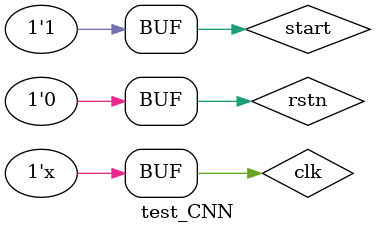
<source format=v>
`timescale 1ns / 1ps

module test_CNN(

    );
     reg clk;
     reg rstn;
    reg start;
    wire [3:0]result;
    wire finish;
    
    CNN tb(clk,rstn,start,finish,result);
  
    
    initial
    begin
    clk =0;
    end
    
    always #10 clk =~clk;
    
    initial
    begin
    rstn=0;
    #1 start=1;    
    end
    
    initial
    begin
    $monitor("clk=%b,rstn=%b,start=%b,finish=%b,result=%d",clk,rstn,start,finish,result);
    end
   

endmodule

</source>
